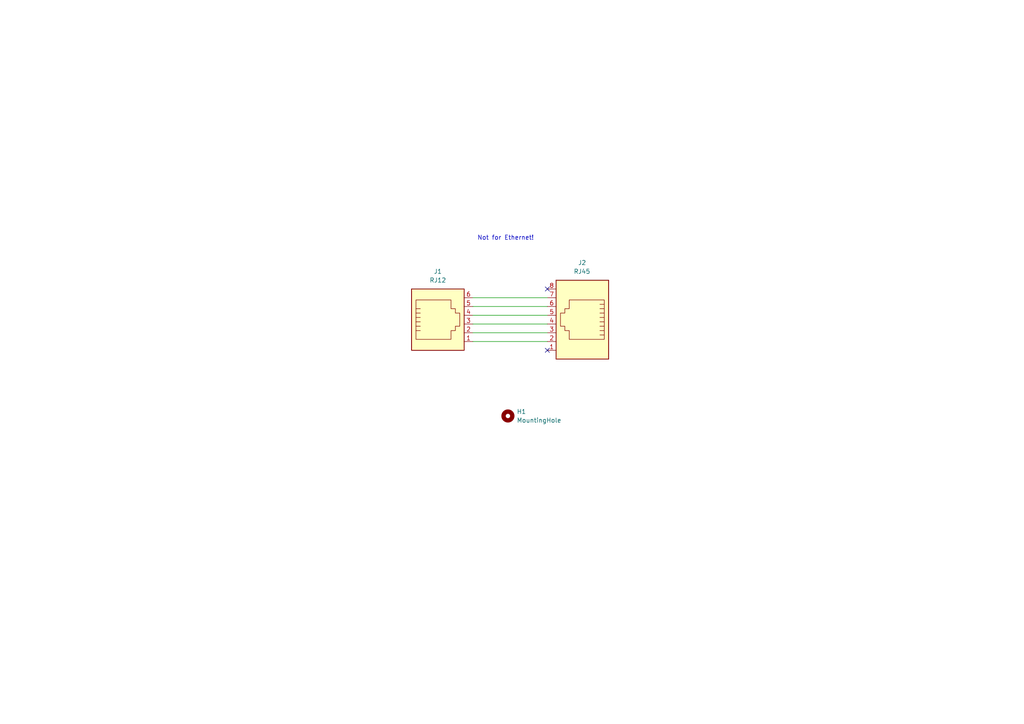
<source format=kicad_sch>
(kicad_sch (version 20211123) (generator eeschema)
  (paper "A4")
  (lib_symbols
    (symbol "Connector:RJ12" (pin_names (offset 1.016))
      (property "Reference" "J" (at -5.08 11.43 0))
      (property "Value" "RJ12" (at 2.54 11.43 0))
      (symbol "RJ12_0_1"
        (polyline (pts (xy -6.35 -1.905) (xy -5.08 -1.905) (xy -5.08 -1.905)))
        (polyline (pts (xy -6.35 -0.635) (xy -5.08 -0.635) (xy -5.08 -0.635)))
        (polyline (pts (xy -6.35 0.635) (xy -5.08 0.635) (xy -5.08 0.635)))
        (polyline (pts (xy -6.35 1.905) (xy -5.08 1.905) (xy -5.08 1.905)))
        (polyline (pts (xy -6.35 3.175) (xy -5.08 3.175) (xy -5.08 3.175)))
        (polyline (pts (xy -5.08 4.445) (xy -6.35 4.445) (xy -6.35 4.445)))
        (polyline (pts (xy -6.35 -4.445) (xy -6.35 6.985) (xy 3.81 6.985) (xy 3.81 4.445) (xy 5.08 4.445) (xy 5.08 3.175) (xy 6.35 3.175) (xy 6.35 -0.635) (xy 5.08 -0.635) (xy 5.08 -1.905) (xy 3.81 -1.905) (xy 3.81 -4.445) (xy -6.35 -4.445) (xy -6.35 -4.445)))
        (rectangle (start 7.62 10.16) (end -7.62 -7.62) (stroke (width 0.254)) (fill (type background)))
      )
      (symbol "RJ12_1_1"
        (pin passive line (at 10.16 -5.08 180) (length 2.54) (name "~") (number "1"))
        (pin passive line (at 10.16 -2.54 180) (length 2.54) (name "~") (number "2"))
        (pin passive line (at 10.16 0 180) (length 2.54) (name "~") (number "3"))
        (pin passive line (at 10.16 2.54 180) (length 2.54) (name "~") (number "4"))
        (pin passive line (at 10.16 5.08 180) (length 2.54) (name "~") (number "5"))
        (pin passive line (at 10.16 7.62 180) (length 2.54) (name "~") (number "6"))
      )
    )
    (symbol "Connector:RJ45" (pin_names (offset 1.016))
      (property "Reference" "J" (at -5.08 13.97 0))
      (property "Value" "RJ45" (at 2.54 13.97 0))
      (symbol "RJ45_0_1"
        (polyline (pts (xy -5.08 4.445) (xy -6.35 4.445)))
        (polyline (pts (xy -5.08 5.715) (xy -6.35 5.715)))
        (polyline (pts (xy -6.35 -3.175) (xy -5.08 -3.175) (xy -5.08 -3.175)))
        (polyline (pts (xy -6.35 -1.905) (xy -5.08 -1.905) (xy -5.08 -1.905)))
        (polyline (pts (xy -6.35 -0.635) (xy -5.08 -0.635) (xy -5.08 -0.635)))
        (polyline (pts (xy -6.35 0.635) (xy -5.08 0.635) (xy -5.08 0.635)))
        (polyline (pts (xy -6.35 1.905) (xy -5.08 1.905) (xy -5.08 1.905)))
        (polyline (pts (xy -5.08 3.175) (xy -6.35 3.175) (xy -6.35 3.175)))
        (polyline (pts (xy -6.35 -4.445) (xy -6.35 6.985) (xy 3.81 6.985) (xy 3.81 4.445) (xy 5.08 4.445) (xy 5.08 3.175) (xy 6.35 3.175) (xy 6.35 -0.635) (xy 5.08 -0.635) (xy 5.08 -1.905) (xy 3.81 -1.905) (xy 3.81 -4.445) (xy -6.35 -4.445) (xy -6.35 -4.445)))
        (rectangle (start 7.62 12.7) (end -7.62 -10.16) (stroke (width 0.254)) (fill (type background)))
      )
      (symbol "RJ45_1_1"
        (pin passive line (at 10.16 -7.62 180) (length 2.54) (name "~") (number "1"))
        (pin passive line (at 10.16 -5.08 180) (length 2.54) (name "~") (number "2"))
        (pin passive line (at 10.16 -2.54 180) (length 2.54) (name "~") (number "3"))
        (pin passive line (at 10.16 0 180) (length 2.54) (name "~") (number "4"))
        (pin passive line (at 10.16 2.54 180) (length 2.54) (name "~") (number "5"))
        (pin passive line (at 10.16 5.08 180) (length 2.54) (name "~") (number "6"))
        (pin passive line (at 10.16 7.62 180) (length 2.54) (name "~") (number "7"))
        (pin passive line (at 10.16 10.16 180) (length 2.54) (name "~") (number "8"))
      )
    )
    (symbol "Mechanical:MountingHole" (pin_names (offset 1.016))
      (property "Reference" "H" (at 0 5.08 0))
      (property "Value" "MountingHole" (at 0 3.175 0))
      (symbol "MountingHole_0_1"
        (circle (center 0 0) (radius 1.27) (stroke (width 1.27)))
      )
    )
  )
  (no_connect (at 158.75 101.6))
  (no_connect (at 158.75 83.82))
  (wire (pts (xy 137.16 86.36) (xy 158.75 86.36)))
  (wire (pts (xy 137.16 88.9) (xy 158.75 88.9)))
  (wire (pts (xy 137.16 99.06) (xy 158.75 99.06)))
  (wire (pts (xy 137.16 91.44) (xy 158.75 91.44)))
  (wire (pts (xy 137.16 96.52) (xy 158.75 96.52)))
  (wire (pts (xy 137.16 93.98) (xy 158.75 93.98)))
  (text "Not for Ethernet!" (at 138.43 69.85 0) (effects (font (size 1.27 1.27)) (justify left bottom)))
  (symbol (lib_id "Connector:RJ45") (at 168.91 93.98 0) (mirror y) (unit 1)
    (property "Reference" "J2" (at 167.64 76.2 0) (effects (justify right)))
    (property "Value" "RJ45" (at 166.37 78.74 0) (effects (justify right)))
    (property "Footprint" "Connector_RJ:RJ45_Amphenol_54602-x08_Horizontal" (effects hide))
    (property "Order Number" "Farnell: 2135981" (effects hide))
  )
  (symbol (lib_id "Connector:RJ12") (at 127 93.98 0) (unit 1)
    (property "Reference" "J1" (at 127 78.74 0))
    (property "Value" "RJ12" (at 127 81.28 0))
    (property "Footprint" "Connector_RJ:RJ12_Amphenol_54601" (effects hide))
    (property "Order Number" "Farnell: 2135977" (effects hide))
  )
  (symbol (lib_id "Mechanical:MountingHole") (at 147.32 120.65 0) (unit 1)
    (property "Reference" "H1" (at 149.86 119.3799 0) (effects (justify left)))
    (property "Value" "MountingHole" (at 149.86 121.9199 0) (effects (justify left)))
    (property "Footprint" "MountingHole:MountingHole_2.2mm_M2" (effects hide))
  )
)
</source>
